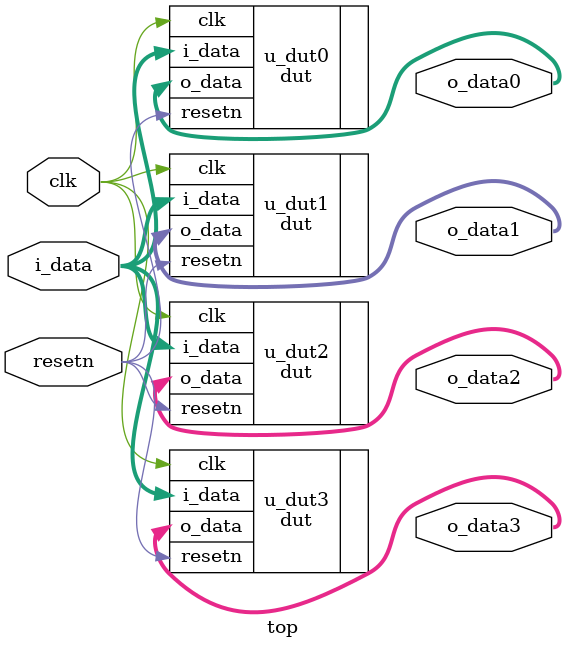
<source format=sv>
module top (
     clk
    ,resetn
    ,i_data
    ,o_data0
    ,o_data1
    ,o_data2
    ,o_data3
);

input        clk;
input        resetn;
input  [7:0] i_data;
output [7:0] o_data0;
output [7:0] o_data1;
output [7:0] o_data2;
output [7:0] o_data3;

dut u_dut0 (
     .clk    (clk     )
    ,.resetn (resetn  )
    ,.i_data (i_data  )
    ,.o_data (o_data0 )
);

dut u_dut1 (
     .clk    (clk     )
    ,.resetn (resetn  )
    ,.i_data (i_data  )
    ,.o_data (o_data1 )
);

dut u_dut2 (
     .clk    (clk     )
    ,.resetn (resetn  )
    ,.i_data (i_data  )
    ,.o_data (o_data2 )
);

dut u_dut3 (
     .clk    (clk     )
    ,.resetn (resetn  )
    ,.i_data (i_data  )
    ,.o_data (o_data3 )
);

endmodule

</source>
